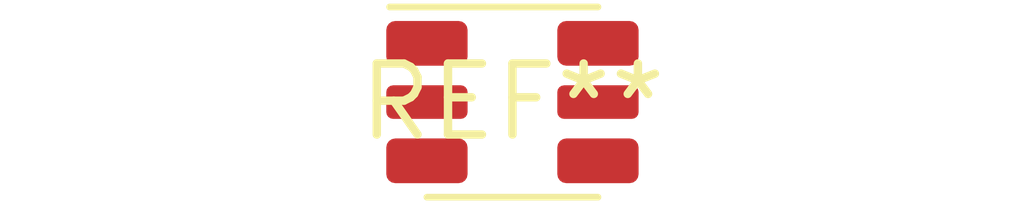
<source format=kicad_pcb>
(kicad_pcb (version 20240108) (generator pcbnew)
  (layers (0 "F.Cu" signal) (31 "B.Cu" signal) (34 "B.Paste" user) (35 "F.Paste" user) (36 "B.SilkS" user "B.Silkscreen") (37 "F.SilkS" user "F.Silkscreen") (38 "B.Mask" user) (39 "F.Mask" user) (44 "Edge.Cuts" user))
  (net 0 "")
  (footprint "LED_ROHM_SMLVN6" (layer "F.Cu") (at 0 0)
    (property "Reference" "REF**")
    (property "Value" "LED_ROHM_SMLVN6")
    (fp_line (start -2.19 -1.7) (end 1.525 -1.7) (layer "F.SilkS") (stroke (width 0.12)))
    (fp_line (start -1.525 1.7) (end 1.525 1.7) (layer "F.SilkS") (stroke (width 0.12)))
    (pad "1" smd roundrect (at -1.525 -1.05) (size 1.45 0.8) (layers "F.Cu" "F.Paste" "F.Mask") (roundrect_rratio 0.2))
    (pad "2" smd roundrect (at -1.525 0) (size 1.45 0.6) (layers "F.Cu" "F.Paste" "F.Mask") (roundrect_rratio 0.2))
    (pad "3" smd roundrect (at -1.525 1.05) (size 1.45 0.8) (layers "F.Cu" "F.Paste" "F.Mask") (roundrect_rratio 0.2))
    (pad "4" smd roundrect (at 1.525 1.05) (size 1.45 0.8) (layers "F.Cu" "F.Paste" "F.Mask") (roundrect_rratio 0.2))
    (pad "5" smd roundrect (at 1.525 0) (size 1.45 0.6) (layers "F.Cu" "F.Paste" "F.Mask") (roundrect_rratio 0.2))
    (pad "6" smd roundrect (at 1.525 -1.05) (size 1.45 0.8) (layers "F.Cu" "F.Paste" "F.Mask") (roundrect_rratio 0.2))
  )
)
</source>
